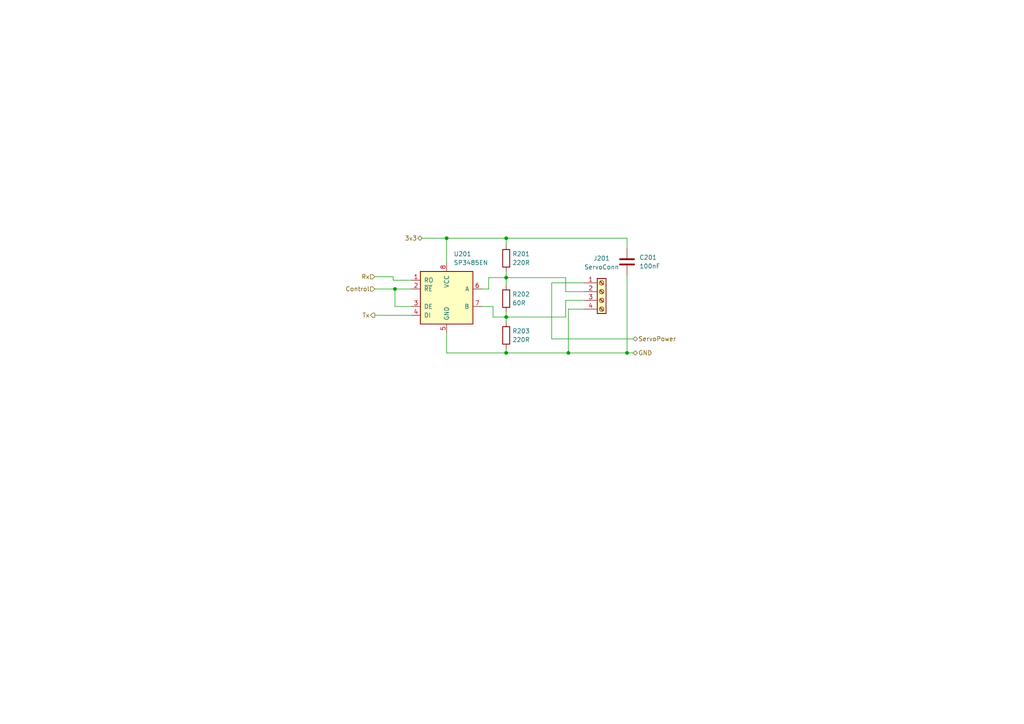
<source format=kicad_sch>
(kicad_sch (version 20211123) (generator eeschema)
  (paper "A4")
  (lib_symbols
    (symbol "Connector:Screw_Terminal_01x04" (pin_names (offset 1.016) hide)
      (property "Reference" "J" (at 0 5.08 0))
      (property "Value" "Screw_Terminal_01x04" (at 0 -7.62 0))
      (symbol "Screw_Terminal_01x04_1_1"
        (rectangle (start -1.27 3.81) (end 1.27 -6.35) (stroke (width 0.254)) (fill (type background)))
        (circle (center 0 -5.08) (radius 0.635) (stroke (width 0.1524)))
        (circle (center 0 -2.54) (radius 0.635) (stroke (width 0.1524)))
        (polyline (pts (xy -0.5334 -4.7498) (xy 0.3302 -5.588)) (stroke (width 0.1524)))
        (polyline (pts (xy -0.5334 -2.2098) (xy 0.3302 -3.048)) (stroke (width 0.1524)))
        (polyline (pts (xy -0.5334 0.3302) (xy 0.3302 -0.508)) (stroke (width 0.1524)))
        (polyline (pts (xy -0.5334 2.8702) (xy 0.3302 2.032)) (stroke (width 0.1524)))
        (polyline (pts (xy -0.3556 -4.572) (xy 0.508 -5.4102)) (stroke (width 0.1524)))
        (polyline (pts (xy -0.3556 -2.032) (xy 0.508 -2.8702)) (stroke (width 0.1524)))
        (polyline (pts (xy -0.3556 0.508) (xy 0.508 -0.3302)) (stroke (width 0.1524)))
        (polyline (pts (xy -0.3556 3.048) (xy 0.508 2.2098)) (stroke (width 0.1524)))
        (circle (center 0 0) (radius 0.635) (stroke (width 0.1524)))
        (circle (center 0 2.54) (radius 0.635) (stroke (width 0.1524)))
        (pin passive line (at -5.08 2.54 0) (length 3.81) (name "Pin_1") (number "1"))
        (pin passive line (at -5.08 0 0) (length 3.81) (name "Pin_2") (number "2"))
        (pin passive line (at -5.08 -2.54 0) (length 3.81) (name "Pin_3") (number "3"))
        (pin passive line (at -5.08 -5.08 0) (length 3.81) (name "Pin_4") (number "4"))
      )
    )
    (symbol "Device:C" (pin_numbers hide) (pin_names (offset 0.254))
      (property "Reference" "C" (at 0.635 2.54 0))
      (property "Value" "C" (at 0.635 -2.54 0))
      (symbol "C_0_1"
        (polyline (pts (xy -2.032 -0.762) (xy 2.032 -0.762)) (stroke (width 0.508)))
        (polyline (pts (xy -2.032 0.762) (xy 2.032 0.762)) (stroke (width 0.508)))
      )
      (symbol "C_1_1"
        (pin passive line (at 0 3.81 270) (length 2.794) (name "~") (number "1"))
        (pin passive line (at 0 -3.81 90) (length 2.794) (name "~") (number "2"))
      )
    )
    (symbol "Device:R" (pin_numbers hide) (pin_names (offset 0))
      (property "Reference" "R" (at 2.032 0 90))
      (property "Value" "R" (at 0 0 90))
      (symbol "R_0_1"
        (rectangle (start -1.016 -2.54) (end 1.016 2.54) (stroke (width 0.254)))
      )
      (symbol "R_1_1"
        (pin passive line (at 0 3.81 270) (length 1.27) (name "~") (number "1"))
        (pin passive line (at 0 -3.81 90) (length 1.27) (name "~") (number "2"))
      )
    )
    (symbol "Interface_UART:SP3485EN" (pin_names (offset 1.016))
      (property "Reference" "U" (at -7.62 8.89 0))
      (property "Value" "SP3485EN" (at 2.54 8.89 0))
      (symbol "SP3485EN_0_1"
        (rectangle (start -7.62 7.62) (end 7.62 -7.62) (stroke (width 0.254)) (fill (type background)))
      )
      (symbol "SP3485EN_1_1"
        (pin output line (at -10.16 5.08 0) (length 2.54) (name "RO") (number "1"))
        (pin input line (at -10.16 2.54 0) (length 2.54) (name "~{RE}") (number "2"))
        (pin input line (at -10.16 -2.54 0) (length 2.54) (name "DE") (number "3"))
        (pin input line (at -10.16 -5.08 0) (length 2.54) (name "DI") (number "4"))
        (pin power_in line (at 0 -10.16 90) (length 2.54) (name "GND") (number "5"))
        (pin bidirectional line (at 10.16 2.54 180) (length 2.54) (name "A") (number "6"))
        (pin bidirectional line (at 10.16 -2.54 180) (length 2.54) (name "B") (number "7"))
        (pin power_in line (at 0 10.16 270) (length 2.54) (name "VCC") (number "8"))
      )
    )
  )
  (junction (at 164.846 102.362))
  (junction (at 114.554 83.82))
  (junction (at 181.864 102.362))
  (junction (at 129.54 69.088))
  (junction (at 146.812 80.518))
  (junction (at 146.812 91.948))
  (junction (at 146.812 69.088))
  (junction (at 146.812 102.362))
  (wire (pts (xy 164.084 84.582) (xy 164.084 80.518)))
  (wire (pts (xy 141.732 83.82) (xy 141.732 80.518)))
  (wire (pts (xy 181.864 79.756) (xy 181.864 102.362)))
  (wire (pts (xy 139.7 83.82) (xy 141.732 83.82)))
  (wire (pts (xy 146.812 90.424) (xy 146.812 91.948)))
  (wire (pts (xy 129.54 76.2) (xy 129.54 69.088)))
  (wire (pts (xy 164.846 89.662) (xy 164.846 102.362)))
  (wire (pts (xy 143.002 91.948) (xy 146.812 91.948)))
  (wire (pts (xy 146.812 78.74) (xy 146.812 80.518)))
  (wire (pts (xy 146.812 69.088) (xy 146.812 71.12)))
  (wire (pts (xy 146.812 102.362) (xy 146.812 101.092)))
  (wire (pts (xy 160.02 98.298) (xy 160.02 82.042)))
  (wire (pts (xy 164.084 87.122) (xy 164.084 91.948)))
  (wire (pts (xy 114.554 88.9) (xy 119.38 88.9)))
  (wire (pts (xy 181.864 72.136) (xy 181.864 69.088)))
  (wire (pts (xy 129.54 102.362) (xy 129.54 96.52)))
  (wire (pts (xy 114.046 81.28) (xy 114.046 80.264)))
  (wire (pts (xy 129.54 69.088) (xy 146.812 69.088)))
  (wire (pts (xy 146.812 91.948) (xy 146.812 93.472)))
  (wire (pts (xy 169.418 84.582) (xy 164.084 84.582)))
  (wire (pts (xy 169.418 89.662) (xy 164.846 89.662)))
  (wire (pts (xy 139.7 88.9) (xy 143.002 88.9)))
  (wire (pts (xy 181.864 102.362) (xy 164.846 102.362)))
  (wire (pts (xy 122.428 69.088) (xy 129.54 69.088)))
  (wire (pts (xy 146.812 102.362) (xy 164.846 102.362)))
  (wire (pts (xy 143.002 88.9) (xy 143.002 91.948)))
  (wire (pts (xy 108.712 83.82) (xy 114.554 83.82)))
  (wire (pts (xy 119.38 83.82) (xy 114.554 83.82)))
  (wire (pts (xy 160.02 98.298) (xy 183.642 98.298)))
  (wire (pts (xy 108.712 91.44) (xy 119.38 91.44)))
  (wire (pts (xy 146.812 80.518) (xy 146.812 82.804)))
  (wire (pts (xy 141.732 80.518) (xy 146.812 80.518)))
  (wire (pts (xy 181.864 102.362) (xy 183.642 102.362)))
  (wire (pts (xy 114.554 83.82) (xy 114.554 88.9)))
  (wire (pts (xy 146.812 69.088) (xy 181.864 69.088)))
  (wire (pts (xy 119.38 81.28) (xy 114.046 81.28)))
  (wire (pts (xy 160.02 82.042) (xy 169.418 82.042)))
  (wire (pts (xy 169.418 87.122) (xy 164.084 87.122)))
  (wire (pts (xy 164.084 80.518) (xy 146.812 80.518)))
  (wire (pts (xy 108.712 80.264) (xy 114.046 80.264)))
  (wire (pts (xy 146.812 102.362) (xy 129.54 102.362)))
  (wire (pts (xy 164.084 91.948) (xy 146.812 91.948)))
  (hierarchical_label "Tx" (shape output) (at 108.712 91.44 180))
  (hierarchical_label "Rx" (shape input) (at 108.712 80.264 180))
  (hierarchical_label "GND" (shape bidirectional) (at 183.642 102.362 0))
  (hierarchical_label "Control" (shape input) (at 108.712 83.82 180))
  (hierarchical_label "3v3" (shape bidirectional) (at 122.428 69.088 180))
  (hierarchical_label "ServoPower" (shape bidirectional) (at 183.642 98.298 0))
  (symbol (lib_id "Connector:Screw_Terminal_01x04") (at 174.498 84.582 0) (unit 1)
    (property "Reference" "J201" (at 174.498 74.93 0))
    (property "Value" "ServoConn" (at 174.498 77.47 0))
    (property "Footprint" "Connector_Phoenix_MSTB:PhoenixContact_MSTBVA_2,5_4-G-5,08_1x04_P5.08mm_Vertical" (effects hide))
  )
  (symbol (lib_id "Device:R") (at 146.812 86.614 0) (unit 1)
    (property "Reference" "R202" (at 148.59 85.3439 0) (effects (justify left)))
    (property "Value" "60R" (at 148.59 87.8839 0) (effects (justify left)))
    (property "Footprint" "Resistor_SMD:R_0805_2012Metric" (effects hide))
  )
  (symbol (lib_id "Device:R") (at 146.812 97.282 0) (unit 1)
    (property "Reference" "R203" (at 148.59 96.0119 0) (effects (justify left)))
    (property "Value" "220R" (at 148.59 98.5519 0) (effects (justify left)))
    (property "Footprint" "Resistor_SMD:R_0805_2012Metric" (effects hide))
  )
  (symbol (lib_id "Interface_UART:SP3485EN") (at 129.54 86.36 0) (unit 1)
    (property "Reference" "U201" (at 131.5594 73.66 0) (effects (justify left)))
    (property "Value" "SP3485EN" (at 131.5594 76.2 0) (effects (justify left)))
    (property "Footprint" "Package_SO:SOIC-8_3.9x4.9mm_P1.27mm" (effects hide))
    (property "Datasheet" "http://www.icbase.com/pdf/SPX/SPX00480106.pdf" (effects hide))
  )
  (symbol (lib_id "Device:C") (at 181.864 75.946 0) (unit 1)
    (property "Reference" "C201" (at 185.42 74.6759 0) (effects (justify left)))
    (property "Value" "100nF" (at 185.42 77.2159 0) (effects (justify left)))
    (property "Footprint" "Capacitor_SMD:C_0805_2012Metric" (effects hide))
  )
  (symbol (lib_id "Device:R") (at 146.812 74.93 0) (unit 1)
    (property "Reference" "R201" (at 148.59 73.6599 0) (effects (justify left)))
    (property "Value" "220R" (at 148.59 76.1999 0) (effects (justify left)))
    (property "Footprint" "Resistor_SMD:R_0805_2012Metric" (effects hide))
  )
)
</source>
